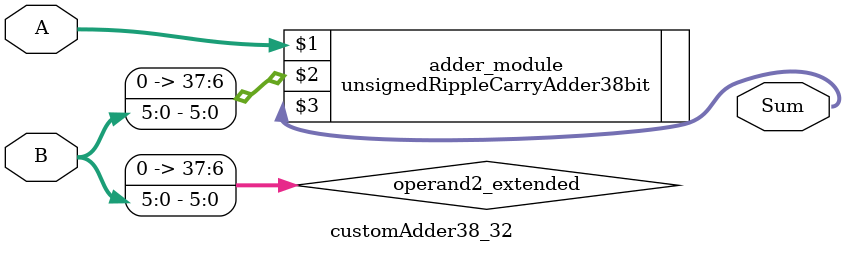
<source format=v>
module customAdder38_32(
                        input [37 : 0] A,
                        input [5 : 0] B,
                        
                        output [38 : 0] Sum
                );

        wire [37 : 0] operand2_extended;
        
        assign operand2_extended =  {32'b0, B};
        
        unsignedRippleCarryAdder38bit adder_module(
            A,
            operand2_extended,
            Sum
        );
        
        endmodule
        
</source>
